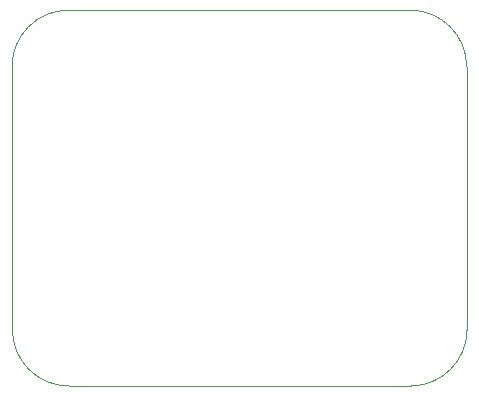
<source format=gbr>
%TF.GenerationSoftware,KiCad,Pcbnew,9.0.0*%
%TF.CreationDate,2025-05-02T09:45:38-07:00*%
%TF.ProjectId,OuterBoard_4.1,4f757465-7242-46f6-9172-645f342e312e,rev?*%
%TF.SameCoordinates,Original*%
%TF.FileFunction,Profile,NP*%
%FSLAX46Y46*%
G04 Gerber Fmt 4.6, Leading zero omitted, Abs format (unit mm)*
G04 Created by KiCad (PCBNEW 9.0.0) date 2025-05-02 09:45:38*
%MOMM*%
%LPD*%
G01*
G04 APERTURE LIST*
%TA.AperFunction,Profile*%
%ADD10C,0.100000*%
%TD*%
G04 APERTURE END LIST*
D10*
X116461376Y-79425200D02*
X116494800Y-101694800D01*
X150183424Y-74651376D02*
G75*
G02*
X154958624Y-79426576I-24J-4775224D01*
G01*
X154958624Y-79426576D02*
X154985200Y-101694800D01*
X121236576Y-74650000D02*
X150183424Y-74651376D01*
X154985200Y-101694800D02*
G75*
G02*
X150210000Y-106470000I-4775200J0D01*
G01*
X121270000Y-106470000D02*
X150210000Y-106470000D01*
X116461376Y-79425200D02*
G75*
G02*
X121236576Y-74649976I4775224J0D01*
G01*
X121270000Y-106470000D02*
G75*
G02*
X116494800Y-101694800I0J4775200D01*
G01*
M02*

</source>
